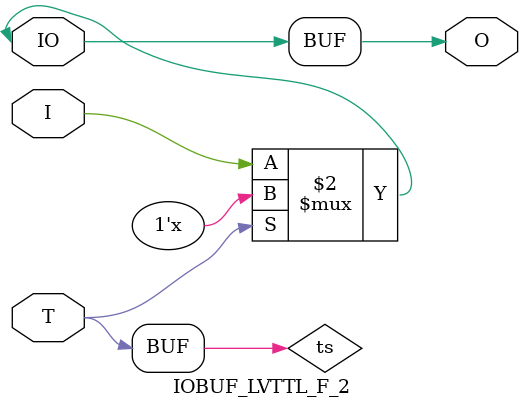
<source format=v>

/*

FUNCTION    : INPUT TRI-STATE OUTPUT BUFFER

*/

`celldefine
`timescale  100 ps / 10 ps

module IOBUF_LVTTL_F_2 (O, IO, I, T);

    output O;

    inout  IO;

    input  I, T;

    or O1 (ts, 1'b0, T);
    bufif0 T1 (IO, I, ts);

    buf B1 (O, IO);

endmodule

</source>
